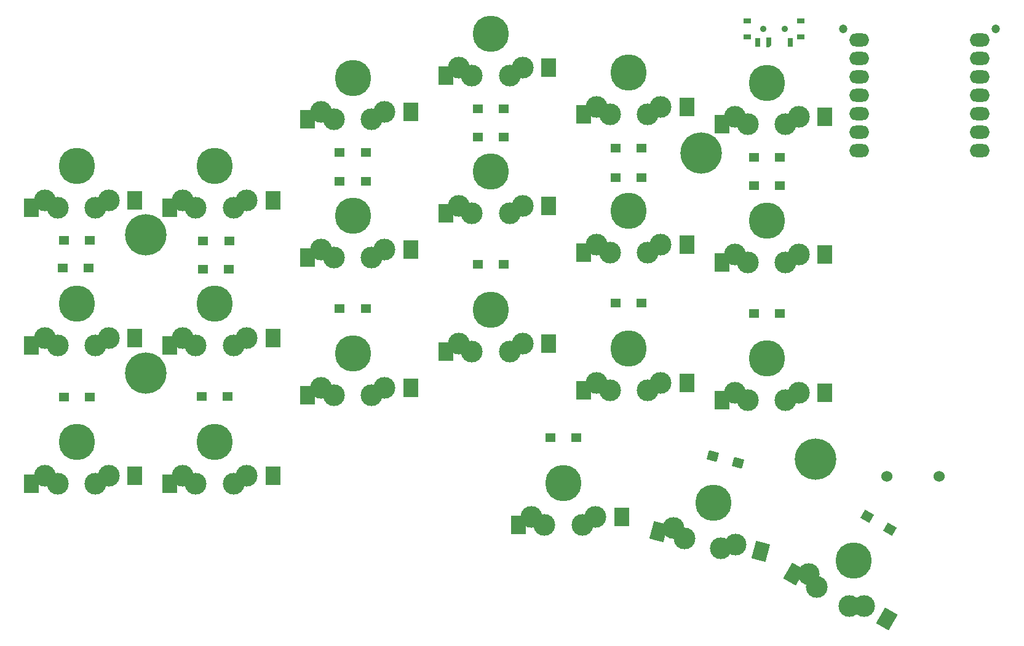
<source format=gts>
%TF.GenerationSoftware,KiCad,Pcbnew,8.0.5*%
%TF.CreationDate,2024-10-03T04:49:55+03:00*%
%TF.ProjectId,pcb,7063622e-6b69-4636-9164-5f7063625858,rev?*%
%TF.SameCoordinates,Original*%
%TF.FileFunction,Soldermask,Top*%
%TF.FilePolarity,Negative*%
%FSLAX46Y46*%
G04 Gerber Fmt 4.6, Leading zero omitted, Abs format (unit mm)*
G04 Created by KiCad (PCBNEW 8.0.5) date 2024-10-03 04:49:55*
%MOMM*%
%LPD*%
G01*
G04 APERTURE LIST*
G04 Aperture macros list*
%AMRotRect*
0 Rectangle, with rotation*
0 The origin of the aperture is its center*
0 $1 length*
0 $2 width*
0 $3 Rotation angle, in degrees counterclockwise*
0 Add horizontal line*
21,1,$1,$2,0,0,$3*%
%AMOutline5P*
0 Free polygon, 5 corners , with rotation*
0 The origin of the aperture is its center*
0 number of corners: always 5*
0 $1 to $10 corner X, Y*
0 $11 Rotation angle, in degrees counterclockwise*
0 create outline with 5 corners*
4,1,5,$1,$2,$3,$4,$5,$6,$7,$8,$9,$10,$1,$2,$11*%
%AMOutline6P*
0 Free polygon, 6 corners , with rotation*
0 The origin of the aperture is its center*
0 number of corners: always 6*
0 $1 to $12 corner X, Y*
0 $13 Rotation angle, in degrees counterclockwise*
0 create outline with 6 corners*
4,1,6,$1,$2,$3,$4,$5,$6,$7,$8,$9,$10,$11,$12,$1,$2,$13*%
%AMOutline7P*
0 Free polygon, 7 corners , with rotation*
0 The origin of the aperture is its center*
0 number of corners: always 7*
0 $1 to $14 corner X, Y*
0 $15 Rotation angle, in degrees counterclockwise*
0 create outline with 7 corners*
4,1,7,$1,$2,$3,$4,$5,$6,$7,$8,$9,$10,$11,$12,$13,$14,$1,$2,$15*%
%AMOutline8P*
0 Free polygon, 8 corners , with rotation*
0 The origin of the aperture is its center*
0 number of corners: always 8*
0 $1 to $16 corner X, Y*
0 $17 Rotation angle, in degrees counterclockwise*
0 create outline with 8 corners*
4,1,8,$1,$2,$3,$4,$5,$6,$7,$8,$9,$10,$11,$12,$13,$14,$15,$16,$1,$2,$17*%
G04 Aperture macros list end*
%ADD10O,2.750000X1.800000*%
%ADD11C,1.200000*%
%ADD12C,1.524000*%
%ADD13C,3.000000*%
%ADD14C,5.000000*%
%ADD15RotRect,2.000000X2.500000X330.000000*%
%ADD16R,2.000000X2.500000*%
%ADD17C,5.700000*%
%ADD18RotRect,2.000000X2.500000X345.000000*%
%ADD19RotRect,1.425000X1.300000X165.000000*%
%ADD20R,1.425000X1.300000*%
%ADD21RotRect,1.425000X1.300000X150.000000*%
%ADD22R,1.000000X0.800000*%
%ADD23C,0.900000*%
%ADD24R,0.700000X1.280000*%
%ADD25Outline5P,-0.350000X0.640000X0.350000X0.640000X0.350000X-0.360000X0.070000X-0.640000X-0.350000X-0.640000X0.000000*%
G04 APERTURE END LIST*
D10*
X208794960Y-58696046D03*
X208794960Y-61236046D03*
X208794960Y-63776046D03*
X208794960Y-66316046D03*
X208794960Y-68856046D03*
X208794960Y-71396046D03*
X208794960Y-73936046D03*
X192205040Y-73936046D03*
X192205040Y-71396046D03*
X192205040Y-68856046D03*
X192205040Y-66316046D03*
X192205040Y-63776046D03*
X192205040Y-61236046D03*
X192205040Y-58696046D03*
D11*
X190000000Y-57216046D03*
X211000000Y-57216046D03*
D12*
X196044000Y-118806000D03*
X203244000Y-118806000D03*
D13*
X185316752Y-132289492D03*
X186350598Y-134098819D03*
D14*
X191477264Y-130419173D03*
D13*
X190853930Y-136698819D03*
X192937776Y-136689492D03*
D15*
X183232906Y-132298819D03*
X196055467Y-138489492D03*
D13*
X118100000Y-87640970D03*
X119900000Y-88690970D03*
D14*
X122500000Y-82940970D03*
D13*
X125100000Y-88690970D03*
X126900000Y-87640970D03*
D16*
X116300000Y-88690970D03*
X130500000Y-87640970D03*
D17*
X94000000Y-104590970D03*
X94000000Y-85590970D03*
D13*
X166668553Y-125924234D03*
X168135459Y-127404330D03*
D14*
X172135076Y-122523186D03*
D13*
X173158274Y-128750189D03*
X175168700Y-128201841D03*
D18*
X164658126Y-126472581D03*
X178646033Y-129133590D03*
D13*
X99100000Y-80790970D03*
X100900000Y-81840970D03*
D14*
X103500000Y-76090970D03*
D13*
X106100000Y-81840970D03*
X107900000Y-80790970D03*
D16*
X97300000Y-81840970D03*
X111500000Y-80790970D03*
D17*
X186182152Y-116463137D03*
D13*
X80100000Y-99790970D03*
X81900000Y-100840970D03*
D14*
X84500000Y-95090970D03*
D13*
X87100000Y-100840970D03*
X88900000Y-99790970D03*
D16*
X78300000Y-100840970D03*
X92500000Y-99790970D03*
D13*
X156100000Y-67940970D03*
X157900000Y-68990970D03*
D14*
X160500000Y-63240970D03*
D13*
X163100000Y-68990970D03*
X164900000Y-67940970D03*
D16*
X154300000Y-68990970D03*
X168500000Y-67940970D03*
D13*
X118100000Y-106640970D03*
X119900000Y-107690970D03*
D14*
X122500000Y-101940970D03*
D13*
X125100000Y-107690970D03*
X126900000Y-106640970D03*
D16*
X116300000Y-107690970D03*
X130500000Y-106640970D03*
D13*
X175100000Y-88315970D03*
X176900000Y-89365970D03*
D14*
X179500000Y-83615970D03*
D13*
X182100000Y-89365970D03*
X183900000Y-88315970D03*
D16*
X173300000Y-89365970D03*
X187500000Y-88315970D03*
D13*
X175100000Y-69315970D03*
X176900000Y-70365970D03*
D14*
X179500000Y-64615970D03*
D13*
X182100000Y-70365970D03*
X183900000Y-69315970D03*
D16*
X173300000Y-70365970D03*
X187500000Y-69315970D03*
D13*
X156100000Y-105940970D03*
X157900000Y-106990970D03*
D14*
X160500000Y-101240970D03*
D13*
X163100000Y-106990970D03*
X164900000Y-105940970D03*
D16*
X154300000Y-106990970D03*
X168500000Y-105940970D03*
D13*
X156100000Y-86940970D03*
X157900000Y-87990970D03*
D14*
X160500000Y-82240970D03*
D13*
X163100000Y-87990970D03*
X164900000Y-86940970D03*
D16*
X154300000Y-87990970D03*
X168500000Y-86940970D03*
D13*
X118100000Y-68640970D03*
X119900000Y-69690970D03*
D14*
X122500000Y-63940970D03*
D13*
X125100000Y-69690970D03*
X126900000Y-68640970D03*
D16*
X116300000Y-69690970D03*
X130500000Y-68640970D03*
D13*
X175100000Y-107315970D03*
X176900000Y-108365970D03*
D14*
X179500000Y-102615970D03*
D13*
X182100000Y-108365970D03*
X183900000Y-107315970D03*
D16*
X173300000Y-108365970D03*
X187500000Y-107315970D03*
D13*
X99100000Y-99790970D03*
X100900000Y-100840970D03*
D14*
X103500000Y-95090970D03*
D13*
X106100000Y-100840970D03*
X107900000Y-99790970D03*
D16*
X97300000Y-100840970D03*
X111500000Y-99790970D03*
D13*
X137100000Y-62565970D03*
X138900000Y-63615970D03*
D14*
X141500000Y-57865970D03*
D13*
X144100000Y-63615970D03*
X145900000Y-62565970D03*
D16*
X135300000Y-63615970D03*
X149500000Y-62565970D03*
D13*
X147100000Y-124440700D03*
X148900000Y-125490700D03*
D14*
X151500000Y-119740700D03*
D13*
X154100000Y-125490700D03*
X155900000Y-124440700D03*
D16*
X145300000Y-125490700D03*
X159500000Y-124440700D03*
D13*
X80100000Y-80790970D03*
X81900000Y-81840970D03*
D14*
X84500000Y-76090970D03*
D13*
X87100000Y-81840970D03*
X88900000Y-80790970D03*
D16*
X78300000Y-81840970D03*
X92500000Y-80790970D03*
D13*
X137100000Y-100565970D03*
X138900000Y-101615970D03*
D14*
X141500000Y-95865970D03*
D13*
X144100000Y-101615970D03*
X145900000Y-100565970D03*
D16*
X135300000Y-101615970D03*
X149500000Y-100565970D03*
D13*
X99100000Y-118790970D03*
X100900000Y-119840970D03*
D14*
X103500000Y-114090970D03*
D13*
X106100000Y-119840970D03*
X107900000Y-118790970D03*
D16*
X97300000Y-119840970D03*
X111500000Y-118790970D03*
D17*
X170500000Y-74300000D03*
D13*
X80100000Y-118790970D03*
X81900000Y-119840970D03*
D14*
X84500000Y-114090970D03*
D13*
X87100000Y-119840970D03*
X88900000Y-118790970D03*
D16*
X78300000Y-119840970D03*
X92500000Y-118790970D03*
D13*
X137100000Y-81565970D03*
X138900000Y-82615970D03*
D14*
X141500000Y-76865970D03*
D13*
X144100000Y-82615970D03*
X145900000Y-81565970D03*
D16*
X135300000Y-82615970D03*
X149500000Y-81565970D03*
D19*
X175526592Y-116962639D03*
X172073408Y-116037361D03*
D20*
X181287500Y-96400000D03*
X177712500Y-96400000D03*
D21*
X196448020Y-126093750D03*
X193351980Y-124306250D03*
D20*
X153287500Y-113500000D03*
X149712500Y-113500000D03*
X105487500Y-86400000D03*
X101912500Y-86400000D03*
X105419500Y-90297000D03*
X101844500Y-90297000D03*
X162287500Y-95000000D03*
X158712500Y-95000000D03*
X181287500Y-74900000D03*
X177712500Y-74900000D03*
X86115500Y-90170000D03*
X82540500Y-90170000D03*
X181287500Y-78800000D03*
X177712500Y-78800000D03*
X143287500Y-68200000D03*
X139712500Y-68200000D03*
X143287500Y-72100000D03*
X139712500Y-72100000D03*
X162287500Y-73600000D03*
X158712500Y-73600000D03*
X124287500Y-74200000D03*
X120712500Y-74200000D03*
X143287500Y-89600000D03*
X139712500Y-89600000D03*
X86287500Y-107900000D03*
X82712500Y-107900000D03*
X162287500Y-77700000D03*
X158712500Y-77700000D03*
D22*
X184150000Y-58300970D03*
X184150000Y-56080970D03*
D23*
X182000000Y-57190970D03*
X179000000Y-57190970D03*
D22*
X176850000Y-58300970D03*
X176850000Y-56080970D03*
D24*
X182750000Y-59060970D03*
D25*
X179750000Y-59060970D03*
D24*
X178250000Y-59060970D03*
D20*
X124287500Y-78200000D03*
X120712500Y-78200000D03*
X86287500Y-86360000D03*
X82712500Y-86360000D03*
X124287500Y-95700000D03*
X120712500Y-95700000D03*
X105287500Y-107800000D03*
X101712500Y-107800000D03*
M02*

</source>
